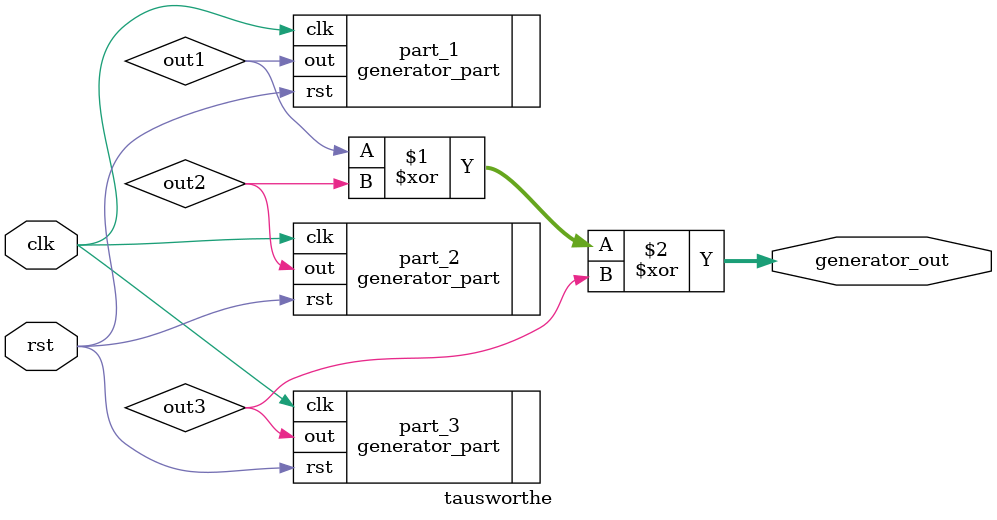
<source format=v>
module tausworthe
(
  input clk, rst,
  output [31:0] generator_out
);
  
  generator_part 
  #(
  	.SEED(32'hE761B9DB), .CONST(32'hE4B4D358), .SHIFT_L1(4'hD), .SHIFT_L2(4'hC), .SHIFT_R(8'h13)
  )
  part_1
  (
    .clk(clk),
    .rst(rst),
    .out(out1) 
  );

  generator_part 
  #(
  	.SEED(32'hB4B4D15C), .CONST(32'h84B4D155), .SHIFT_L1(4'h2), .SHIFT_L2(4'h4), .SHIFT_R(8'h19)
  )
  part_2
  (
    .clk(clk),
    .rst(rst),
    .out(out2) 
  );

  generator_part 
  #(
  	.SEED(32'hC0B4DD55), .CONST(32'h86B4C155), .SHIFT_L1(4'h3), .SHIFT_L2(8'h11), .SHIFT_R(4'hB)
  )
  part_3
  (
    .clk(clk),
    .rst(rst),
    .out(out3) 
  );

  assign generator_out = out1 ^ out2 ^ out3;

endmodule // tausworthe
</source>
